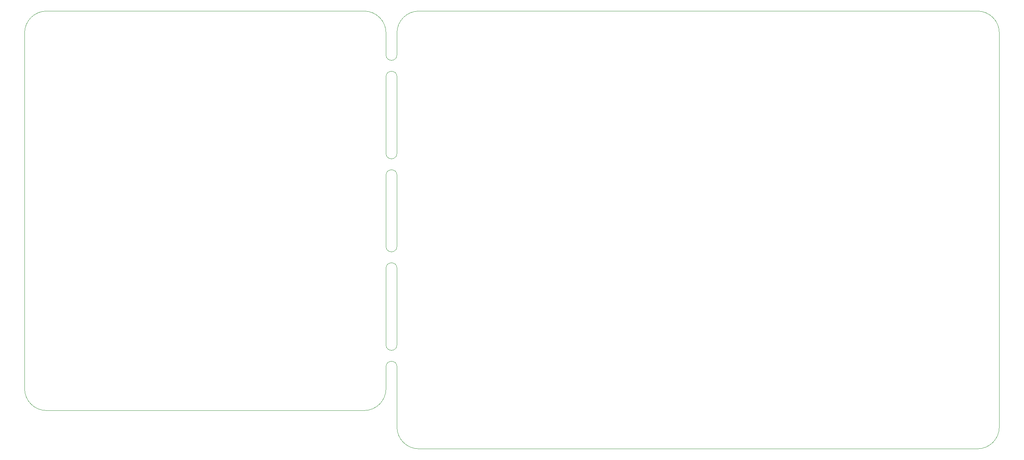
<source format=gm1>
G04 #@! TF.GenerationSoftware,KiCad,Pcbnew,5.1.12-84ad8e8a86~92~ubuntu20.04.1*
G04 #@! TF.CreationDate,2021-12-12T19:41:42-05:00*
G04 #@! TF.ProjectId,it_is_the_champion,69745f69-735f-4746-9865-5f6368616d70,0.1*
G04 #@! TF.SameCoordinates,Original*
G04 #@! TF.FileFunction,Profile,NP*
%FSLAX46Y46*%
G04 Gerber Fmt 4.6, Leading zero omitted, Abs format (unit mm)*
G04 Created by KiCad (PCBNEW 5.1.12-84ad8e8a86~92~ubuntu20.04.1) date 2021-12-12 19:41:42*
%MOMM*%
%LPD*%
G01*
G04 APERTURE LIST*
G04 #@! TA.AperFunction,Profile*
%ADD10C,0.100000*%
G04 #@! TD*
G04 APERTURE END LIST*
D10*
X33020000Y-38100000D02*
X33020000Y-33020000D01*
X30480000Y-38100000D02*
X30480000Y-33020000D01*
X33020000Y-43180000D02*
X33020000Y-60960000D01*
X30480000Y-60960000D02*
X30480000Y-43180000D01*
X33020000Y-82550000D02*
X33020000Y-66040000D01*
X30480000Y-66040000D02*
X30480000Y-82550000D01*
X33020000Y-105410000D02*
X33020000Y-87630000D01*
X30480000Y-105410000D02*
X30480000Y-87630000D01*
X33020000Y-124460000D02*
X33020000Y-110490000D01*
X30480000Y-115570000D02*
X30480000Y-110490000D01*
X30480000Y-110490000D02*
G75*
G02*
X33020000Y-110490000I1270000J0D01*
G01*
X33020000Y-105410000D02*
G75*
G02*
X30480000Y-105410000I-1270000J0D01*
G01*
X30480000Y-87630000D02*
G75*
G02*
X33020000Y-87630000I1270000J0D01*
G01*
X33020000Y-82550000D02*
G75*
G02*
X30480000Y-82550000I-1270000J0D01*
G01*
X30480000Y-66040000D02*
G75*
G02*
X33020000Y-66040000I1270000J0D01*
G01*
X33020000Y-60960000D02*
G75*
G02*
X30480000Y-60960000I-1270000J0D01*
G01*
X30480000Y-43180000D02*
G75*
G02*
X33020000Y-43180000I1270000J0D01*
G01*
X33020000Y-38100000D02*
G75*
G02*
X30480000Y-38100000I-1270000J0D01*
G01*
X30480000Y-115570000D02*
G75*
G02*
X25400000Y-120650000I-5080000J0D01*
G01*
X25400000Y-27940000D02*
G75*
G02*
X30480000Y-33020000I0J-5080000D01*
G01*
X-53340000Y-33020000D02*
G75*
G02*
X-48260000Y-27940000I5080000J0D01*
G01*
X-48260000Y-120650000D02*
G75*
G02*
X-53340000Y-115570000I0J5080000D01*
G01*
X25400000Y-120650000D02*
X-48260000Y-120650000D01*
X-48260000Y-27940000D02*
X25400000Y-27940000D01*
X-53340000Y-115570000D02*
X-53340000Y-33020000D01*
X172720000Y-124460000D02*
G75*
G02*
X167640000Y-129540000I-5080000J0D01*
G01*
X167640000Y-27940000D02*
G75*
G02*
X172720000Y-33020000I0J-5080000D01*
G01*
X38100000Y-129540000D02*
G75*
G02*
X33020000Y-124460000I0J5080000D01*
G01*
X33020000Y-33020000D02*
G75*
G02*
X38100000Y-27940000I5080000J0D01*
G01*
X38100000Y-27940000D02*
X167640000Y-27940000D01*
X33020000Y-33020000D02*
X33020000Y-33020000D01*
X167640000Y-129540000D02*
X38100000Y-129540000D01*
X172720000Y-33020000D02*
X172720000Y-124460000D01*
M02*

</source>
